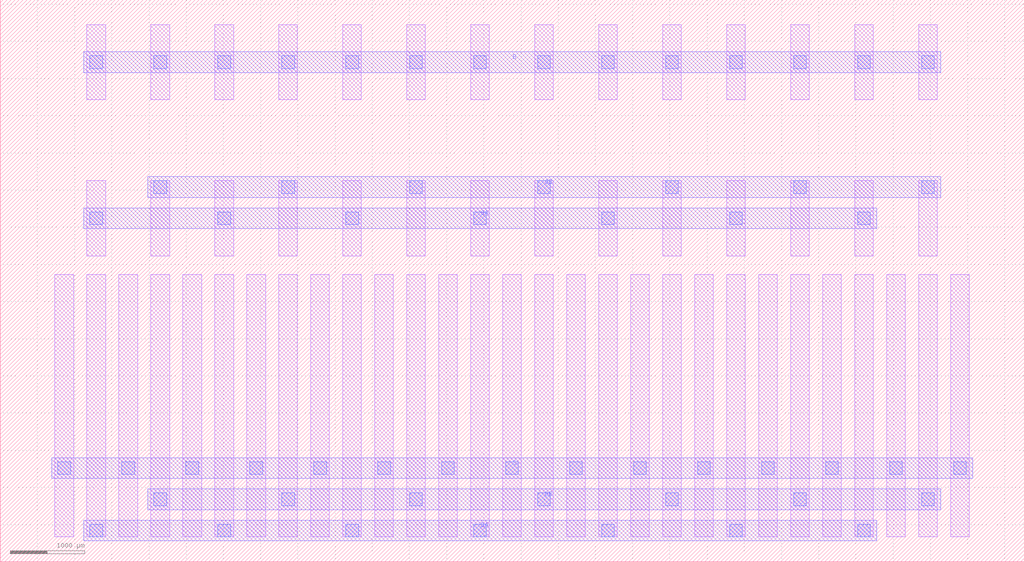
<source format=lef>
MACRO DP_NMOS_B_14578568_X7_Y1
  UNITS 
    DATABASE MICRONS UNITS 1000;
  END UNITS 
  ORIGIN 0 0 ;
  FOREIGN DP_NMOS_B_14578568_X7_Y1 0 0 ;
  SIZE 13760 BY 7560 ;
  PIN B
    DIRECTION INOUT ;
    USE SIGNAL ;
    PORT
      LAYER M2 ;
        RECT 1120 6580 12640 6860 ;
    END
  END B
  PIN DA
    DIRECTION INOUT ;
    USE SIGNAL ;
    PORT
      LAYER M2 ;
        RECT 1120 280 11780 560 ;
    END
  END DA
  PIN DB
    DIRECTION INOUT ;
    USE SIGNAL ;
    PORT
      LAYER M2 ;
        RECT 1980 700 12640 980 ;
    END
  END DB
  PIN GA
    DIRECTION INOUT ;
    USE SIGNAL ;
    PORT
      LAYER M2 ;
        RECT 1120 4480 11780 4760 ;
    END
  END GA
  PIN GB
    DIRECTION INOUT ;
    USE SIGNAL ;
    PORT
      LAYER M2 ;
        RECT 1980 4900 12640 5180 ;
    END
  END GB
  PIN S
    DIRECTION INOUT ;
    USE SIGNAL ;
    PORT
      LAYER M2 ;
        RECT 690 1120 13070 1400 ;
    END
  END S
  OBS
    LAYER M1 ;
      RECT 1165 335 1415 3865 ;
    LAYER M1 ;
      RECT 1165 4115 1415 5125 ;
    LAYER M1 ;
      RECT 1165 6215 1415 7225 ;
    LAYER M1 ;
      RECT 735 335 985 3865 ;
    LAYER M1 ;
      RECT 1595 335 1845 3865 ;
    LAYER M1 ;
      RECT 2025 335 2275 3865 ;
    LAYER M1 ;
      RECT 2025 4115 2275 5125 ;
    LAYER M1 ;
      RECT 2025 6215 2275 7225 ;
    LAYER M1 ;
      RECT 2455 335 2705 3865 ;
    LAYER M1 ;
      RECT 2885 335 3135 3865 ;
    LAYER M1 ;
      RECT 2885 4115 3135 5125 ;
    LAYER M1 ;
      RECT 2885 6215 3135 7225 ;
    LAYER M1 ;
      RECT 3315 335 3565 3865 ;
    LAYER M1 ;
      RECT 3745 335 3995 3865 ;
    LAYER M1 ;
      RECT 3745 4115 3995 5125 ;
    LAYER M1 ;
      RECT 3745 6215 3995 7225 ;
    LAYER M1 ;
      RECT 4175 335 4425 3865 ;
    LAYER M1 ;
      RECT 4605 335 4855 3865 ;
    LAYER M1 ;
      RECT 4605 4115 4855 5125 ;
    LAYER M1 ;
      RECT 4605 6215 4855 7225 ;
    LAYER M1 ;
      RECT 5035 335 5285 3865 ;
    LAYER M1 ;
      RECT 5465 335 5715 3865 ;
    LAYER M1 ;
      RECT 5465 4115 5715 5125 ;
    LAYER M1 ;
      RECT 5465 6215 5715 7225 ;
    LAYER M1 ;
      RECT 5895 335 6145 3865 ;
    LAYER M1 ;
      RECT 6325 335 6575 3865 ;
    LAYER M1 ;
      RECT 6325 4115 6575 5125 ;
    LAYER M1 ;
      RECT 6325 6215 6575 7225 ;
    LAYER M1 ;
      RECT 6755 335 7005 3865 ;
    LAYER M1 ;
      RECT 7185 335 7435 3865 ;
    LAYER M1 ;
      RECT 7185 4115 7435 5125 ;
    LAYER M1 ;
      RECT 7185 6215 7435 7225 ;
    LAYER M1 ;
      RECT 7615 335 7865 3865 ;
    LAYER M1 ;
      RECT 8045 335 8295 3865 ;
    LAYER M1 ;
      RECT 8045 4115 8295 5125 ;
    LAYER M1 ;
      RECT 8045 6215 8295 7225 ;
    LAYER M1 ;
      RECT 8475 335 8725 3865 ;
    LAYER M1 ;
      RECT 8905 335 9155 3865 ;
    LAYER M1 ;
      RECT 8905 4115 9155 5125 ;
    LAYER M1 ;
      RECT 8905 6215 9155 7225 ;
    LAYER M1 ;
      RECT 9335 335 9585 3865 ;
    LAYER M1 ;
      RECT 9765 335 10015 3865 ;
    LAYER M1 ;
      RECT 9765 4115 10015 5125 ;
    LAYER M1 ;
      RECT 9765 6215 10015 7225 ;
    LAYER M1 ;
      RECT 10195 335 10445 3865 ;
    LAYER M1 ;
      RECT 10625 335 10875 3865 ;
    LAYER M1 ;
      RECT 10625 4115 10875 5125 ;
    LAYER M1 ;
      RECT 10625 6215 10875 7225 ;
    LAYER M1 ;
      RECT 11055 335 11305 3865 ;
    LAYER M1 ;
      RECT 11485 335 11735 3865 ;
    LAYER M1 ;
      RECT 11485 4115 11735 5125 ;
    LAYER M1 ;
      RECT 11485 6215 11735 7225 ;
    LAYER M1 ;
      RECT 11915 335 12165 3865 ;
    LAYER M1 ;
      RECT 12345 335 12595 3865 ;
    LAYER M1 ;
      RECT 12345 4115 12595 5125 ;
    LAYER M1 ;
      RECT 12345 6215 12595 7225 ;
    LAYER M1 ;
      RECT 12775 335 13025 3865 ;
    LAYER V1 ;
      RECT 1205 335 1375 505 ;
    LAYER V1 ;
      RECT 1205 4535 1375 4705 ;
    LAYER V1 ;
      RECT 1205 6635 1375 6805 ;
    LAYER V1 ;
      RECT 2925 335 3095 505 ;
    LAYER V1 ;
      RECT 2925 4535 3095 4705 ;
    LAYER V1 ;
      RECT 2925 6635 3095 6805 ;
    LAYER V1 ;
      RECT 4645 335 4815 505 ;
    LAYER V1 ;
      RECT 4645 4535 4815 4705 ;
    LAYER V1 ;
      RECT 4645 6635 4815 6805 ;
    LAYER V1 ;
      RECT 6365 335 6535 505 ;
    LAYER V1 ;
      RECT 6365 4535 6535 4705 ;
    LAYER V1 ;
      RECT 6365 6635 6535 6805 ;
    LAYER V1 ;
      RECT 8085 335 8255 505 ;
    LAYER V1 ;
      RECT 8085 4535 8255 4705 ;
    LAYER V1 ;
      RECT 8085 6635 8255 6805 ;
    LAYER V1 ;
      RECT 9805 335 9975 505 ;
    LAYER V1 ;
      RECT 9805 4535 9975 4705 ;
    LAYER V1 ;
      RECT 9805 6635 9975 6805 ;
    LAYER V1 ;
      RECT 11525 335 11695 505 ;
    LAYER V1 ;
      RECT 11525 4535 11695 4705 ;
    LAYER V1 ;
      RECT 11525 6635 11695 6805 ;
    LAYER V1 ;
      RECT 2065 755 2235 925 ;
    LAYER V1 ;
      RECT 2065 4955 2235 5125 ;
    LAYER V1 ;
      RECT 2065 6635 2235 6805 ;
    LAYER V1 ;
      RECT 3785 755 3955 925 ;
    LAYER V1 ;
      RECT 3785 4955 3955 5125 ;
    LAYER V1 ;
      RECT 3785 6635 3955 6805 ;
    LAYER V1 ;
      RECT 5505 755 5675 925 ;
    LAYER V1 ;
      RECT 5505 4955 5675 5125 ;
    LAYER V1 ;
      RECT 5505 6635 5675 6805 ;
    LAYER V1 ;
      RECT 7225 755 7395 925 ;
    LAYER V1 ;
      RECT 7225 4955 7395 5125 ;
    LAYER V1 ;
      RECT 7225 6635 7395 6805 ;
    LAYER V1 ;
      RECT 8945 755 9115 925 ;
    LAYER V1 ;
      RECT 8945 4955 9115 5125 ;
    LAYER V1 ;
      RECT 8945 6635 9115 6805 ;
    LAYER V1 ;
      RECT 10665 755 10835 925 ;
    LAYER V1 ;
      RECT 10665 4955 10835 5125 ;
    LAYER V1 ;
      RECT 10665 6635 10835 6805 ;
    LAYER V1 ;
      RECT 12385 755 12555 925 ;
    LAYER V1 ;
      RECT 12385 4955 12555 5125 ;
    LAYER V1 ;
      RECT 12385 6635 12555 6805 ;
    LAYER V1 ;
      RECT 775 1175 945 1345 ;
    LAYER V1 ;
      RECT 1635 1175 1805 1345 ;
    LAYER V1 ;
      RECT 2495 1175 2665 1345 ;
    LAYER V1 ;
      RECT 3355 1175 3525 1345 ;
    LAYER V1 ;
      RECT 4215 1175 4385 1345 ;
    LAYER V1 ;
      RECT 5075 1175 5245 1345 ;
    LAYER V1 ;
      RECT 5935 1175 6105 1345 ;
    LAYER V1 ;
      RECT 6795 1175 6965 1345 ;
    LAYER V1 ;
      RECT 7655 1175 7825 1345 ;
    LAYER V1 ;
      RECT 8515 1175 8685 1345 ;
    LAYER V1 ;
      RECT 9375 1175 9545 1345 ;
    LAYER V1 ;
      RECT 10235 1175 10405 1345 ;
    LAYER V1 ;
      RECT 11095 1175 11265 1345 ;
    LAYER V1 ;
      RECT 11955 1175 12125 1345 ;
    LAYER V1 ;
      RECT 12815 1175 12985 1345 ;
  END
END DP_NMOS_B_14578568_X7_Y1

</source>
